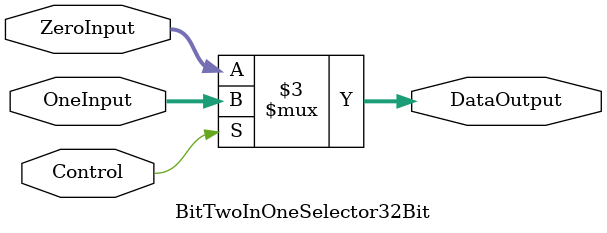
<source format=v>
`timescale 1ns / 1ps
module BitTwoInOneSelector32Bit(
    input [31:0] ZeroInput,
    input [31:0] OneInput,
    input Control,
    output reg[31:0] DataOutput
    );

   always @(Control or ZeroInput or OneInput) begin
	   DataOutput = (Control == 1) ? OneInput : ZeroInput;
   end
endmodule

</source>
